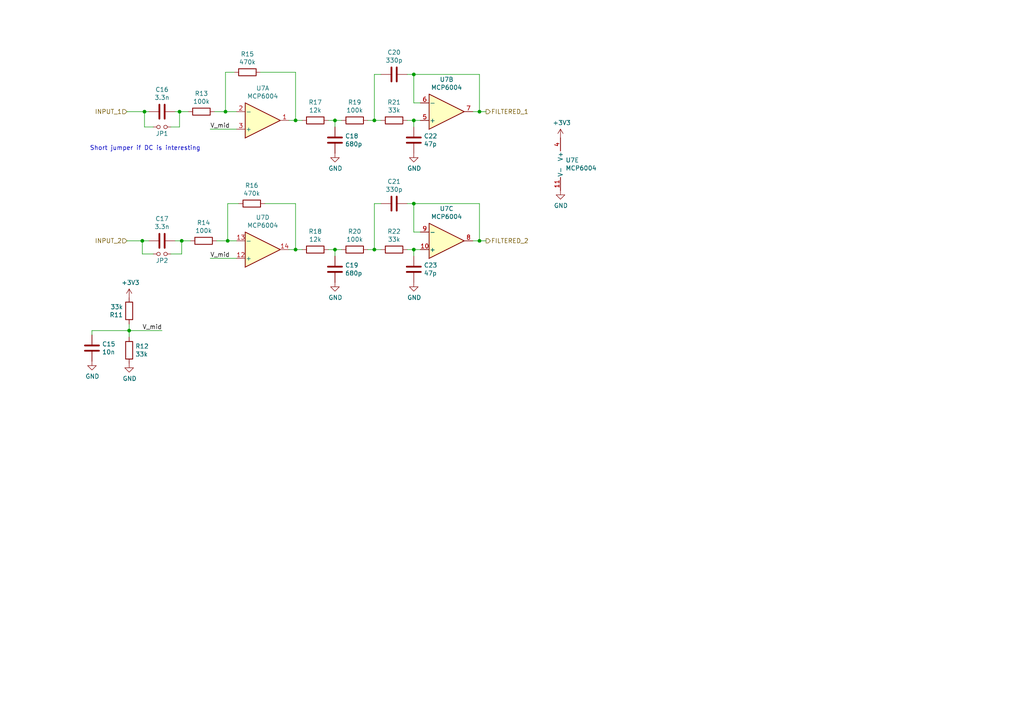
<source format=kicad_sch>
(kicad_sch (version 20230121) (generator eeschema)
  (paper "A4")
  (title_block (title "Polygonus") (date "2023-03-15") (rev "v0.7") (comment 2 "rusefi.com/s/proteus"))
  (lib_symbols
    (symbol "Amplifier_Operational:MCP6004" (pin_names (offset 0.127))
      (property "Reference" "U" (at 0 5.08 0))
      (property "Value" "MCP6004" (at 0 -5.08 0))
      (symbol "MCP6004_1_1"
        (polyline (pts (xy -5.08 5.08) (xy 5.08 0) (xy -5.08 -5.08) (xy -5.08 5.08)) (stroke (width 0.254)) (fill (type background)))
        (pin output line (at 7.62 0 180) (length 2.54) (name "~") (number "1"))
        (pin input line (at -7.62 -2.54 0) (length 2.54) (name "-") (number "2"))
        (pin input line (at -7.62 2.54 0) (length 2.54) (name "+") (number "3"))
      )
      (symbol "MCP6004_2_1"
        (polyline (pts (xy -5.08 5.08) (xy 5.08 0) (xy -5.08 -5.08) (xy -5.08 5.08)) (stroke (width 0.254)) (fill (type background)))
        (pin input line (at -7.62 2.54 0) (length 2.54) (name "+") (number "5"))
        (pin input line (at -7.62 -2.54 0) (length 2.54) (name "-") (number "6"))
        (pin output line (at 7.62 0 180) (length 2.54) (name "~") (number "7"))
      )
      (symbol "MCP6004_3_1"
        (polyline (pts (xy -5.08 5.08) (xy 5.08 0) (xy -5.08 -5.08) (xy -5.08 5.08)) (stroke (width 0.254)) (fill (type background)))
        (pin input line (at -7.62 2.54 0) (length 2.54) (name "+") (number "10"))
        (pin output line (at 7.62 0 180) (length 2.54) (name "~") (number "8"))
        (pin input line (at -7.62 -2.54 0) (length 2.54) (name "-") (number "9"))
      )
      (symbol "MCP6004_4_1"
        (polyline (pts (xy -5.08 5.08) (xy 5.08 0) (xy -5.08 -5.08) (xy -5.08 5.08)) (stroke (width 0.254)) (fill (type background)))
        (pin input line (at -7.62 2.54 0) (length 2.54) (name "+") (number "12"))
        (pin input line (at -7.62 -2.54 0) (length 2.54) (name "-") (number "13"))
        (pin output line (at 7.62 0 180) (length 2.54) (name "~") (number "14"))
      )
      (symbol "MCP6004_5_1"
        (pin power_in line (at -2.54 -7.62 90) (length 3.81) (name "V-") (number "11"))
        (pin power_in line (at -2.54 7.62 270) (length 3.81) (name "V+") (number "4"))
      )
    )
    (symbol "Device:C" (pin_numbers hide) (pin_names (offset 0.254))
      (property "Reference" "C" (at 0.635 2.54 0))
      (property "Value" "C" (at 0.635 -2.54 0))
      (symbol "C_0_1"
        (polyline (pts (xy -2.032 -0.762) (xy 2.032 -0.762)) (stroke (width 0.508)))
        (polyline (pts (xy -2.032 0.762) (xy 2.032 0.762)) (stroke (width 0.508)))
      )
      (symbol "C_1_1"
        (pin passive line (at 0 3.81 270) (length 2.794) (name "~") (number "1"))
        (pin passive line (at 0 -3.81 90) (length 2.794) (name "~") (number "2"))
      )
    )
    (symbol "Device:Jumper_NO_Small" (pin_numbers hide) (pin_names (offset 0.762) hide)
      (property "Reference" "JP" (at 0 2.032 0))
      (property "Value" "Device_Jumper_NO_Small" (at 0.254 -1.524 0))
      (symbol "Jumper_NO_Small_0_1"
        (circle (center -1.016 0) (radius 0.508))
        (circle (center 1.016 0) (radius 0.508))
        (pin passive line (at -2.54 0 0) (length 1.016) (name "1") (number "1"))
        (pin passive line (at 2.54 0 180) (length 1.016) (name "2") (number "2"))
      )
    )
    (symbol "Device:R" (pin_numbers hide) (pin_names (offset 0))
      (property "Reference" "R" (at 2.032 0 90))
      (property "Value" "R" (at 0 0 90))
      (symbol "R_0_1"
        (rectangle (start -1.016 -2.54) (end 1.016 2.54) (stroke (width 0.254)))
      )
      (symbol "R_1_1"
        (pin passive line (at 0 3.81 270) (length 1.27) (name "~") (number "1"))
        (pin passive line (at 0 -3.81 90) (length 1.27) (name "~") (number "2"))
      )
    )
    (symbol "power:+3.3V" (power) (pin_names (offset 0))
      (property "Value" "+3.3V" (at 0 3.556 0))
      (symbol "+3.3V_0_1"
        (polyline (pts (xy -0.762 1.27) (xy 0 2.54)))
        (polyline (pts (xy 0 0) (xy 0 2.54)))
        (polyline (pts (xy 0 2.54) (xy 0.762 1.27)))
      )
      (symbol "+3.3V_1_1"
        (pin power_in line (at 0 0 90) (length 0) hide (name "+3V3") (number "1"))
      )
    )
    (symbol "power:GND" (power) (pin_names (offset 0))
      (property "Value" "GND" (at 0 -3.81 0))
      (symbol "GND_0_1"
        (polyline (pts (xy 0 0) (xy 0 -1.27) (xy 1.27 -1.27) (xy 0 -2.54) (xy -1.27 -1.27) (xy 0 -1.27)))
      )
      (symbol "GND_1_1"
        (pin power_in line (at 0 0 270) (length 0) hide (name "GND") (number "1"))
      )
    )
  )
  (junction (at 85.725 34.925))
  (junction (at 41.91 32.385))
  (junction (at 66.04 69.85))
  (junction (at 120.015 34.925))
  (junction (at 52.705 69.85))
  (junction (at 41.275 69.85))
  (junction (at 120.015 59.055))
  (junction (at 139.065 69.85))
  (junction (at 108.585 34.925))
  (junction (at 97.155 72.39))
  (junction (at 52.07 32.385))
  (junction (at 65.405 32.385))
  (junction (at 120.015 21.59))
  (junction (at 37.465 95.885))
  (junction (at 97.155 34.925))
  (junction (at 120.015 72.39))
  (junction (at 139.065 32.385))
  (junction (at 85.725 72.39))
  (junction (at 108.585 72.39))
  (wire (pts (xy 52.07 36.83) (xy 52.07 32.385)))
  (wire (pts (xy 60.96 74.93) (xy 68.58 74.93)))
  (wire (pts (xy 41.91 36.83) (xy 41.91 32.385)))
  (wire (pts (xy 65.405 20.955) (xy 67.945 20.955)))
  (wire (pts (xy 108.585 21.59) (xy 108.585 34.925)))
  (wire (pts (xy 65.405 32.385) (xy 68.58 32.385)))
  (wire (pts (xy 121.92 72.39) (xy 120.015 72.39)))
  (wire (pts (xy 65.405 32.385) (xy 65.405 20.955)))
  (wire (pts (xy 85.725 59.055) (xy 85.725 72.39)))
  (wire (pts (xy 60.96 37.465) (xy 68.58 37.465)))
  (wire (pts (xy 110.49 34.925) (xy 108.585 34.925)))
  (wire (pts (xy 52.705 69.85) (xy 55.245 69.85)))
  (wire (pts (xy 50.8 69.85) (xy 52.705 69.85)))
  (wire (pts (xy 41.91 32.385) (xy 43.18 32.385)))
  (wire (pts (xy 75.565 20.955) (xy 85.725 20.955)))
  (wire (pts (xy 41.275 69.85) (xy 43.18 69.85)))
  (wire (pts (xy 108.585 72.39) (xy 106.68 72.39)))
  (wire (pts (xy 46.99 95.885) (xy 37.465 95.885)))
  (wire (pts (xy 139.065 21.59) (xy 139.065 32.385)))
  (wire (pts (xy 44.45 73.66) (xy 41.275 73.66)))
  (wire (pts (xy 121.92 34.925) (xy 120.015 34.925)))
  (wire (pts (xy 121.92 67.31) (xy 120.015 67.31)))
  (wire (pts (xy 50.8 32.385) (xy 52.07 32.385)))
  (wire (pts (xy 26.67 97.155) (xy 26.67 95.885)))
  (wire (pts (xy 120.015 74.295) (xy 120.015 72.39)))
  (wire (pts (xy 139.065 32.385) (xy 137.16 32.385)))
  (wire (pts (xy 87.63 72.39) (xy 85.725 72.39)))
  (wire (pts (xy 140.97 32.385) (xy 139.065 32.385)))
  (wire (pts (xy 76.835 59.055) (xy 85.725 59.055)))
  (wire (pts (xy 110.49 72.39) (xy 108.585 72.39)))
  (wire (pts (xy 110.49 59.055) (xy 108.585 59.055)))
  (wire (pts (xy 36.83 69.85) (xy 41.275 69.85)))
  (wire (pts (xy 26.67 95.885) (xy 37.465 95.885)))
  (wire (pts (xy 97.155 72.39) (xy 99.06 72.39)))
  (wire (pts (xy 66.04 69.85) (xy 68.58 69.85)))
  (wire (pts (xy 97.155 72.39) (xy 95.25 72.39)))
  (wire (pts (xy 44.45 36.83) (xy 41.91 36.83)))
  (wire (pts (xy 83.82 34.925) (xy 85.725 34.925)))
  (wire (pts (xy 108.585 34.925) (xy 106.68 34.925)))
  (wire (pts (xy 120.015 36.83) (xy 120.015 34.925)))
  (wire (pts (xy 120.015 21.59) (xy 139.065 21.59)))
  (wire (pts (xy 120.015 34.925) (xy 118.11 34.925)))
  (wire (pts (xy 62.865 69.85) (xy 66.04 69.85)))
  (wire (pts (xy 118.11 59.055) (xy 120.015 59.055)))
  (wire (pts (xy 120.015 67.31) (xy 120.015 59.055)))
  (wire (pts (xy 49.53 36.83) (xy 52.07 36.83)))
  (wire (pts (xy 139.065 59.055) (xy 139.065 69.85)))
  (wire (pts (xy 97.155 34.925) (xy 99.06 34.925)))
  (wire (pts (xy 121.92 29.845) (xy 120.015 29.845)))
  (wire (pts (xy 97.155 34.925) (xy 95.25 34.925)))
  (wire (pts (xy 120.015 59.055) (xy 139.065 59.055)))
  (wire (pts (xy 37.465 95.885) (xy 37.465 97.79)))
  (wire (pts (xy 140.97 69.85) (xy 139.065 69.85)))
  (wire (pts (xy 120.015 72.39) (xy 118.11 72.39)))
  (wire (pts (xy 139.065 69.85) (xy 137.16 69.85)))
  (wire (pts (xy 120.015 29.845) (xy 120.015 21.59)))
  (wire (pts (xy 41.275 73.66) (xy 41.275 69.85)))
  (wire (pts (xy 66.04 59.055) (xy 69.215 59.055)))
  (wire (pts (xy 97.155 74.295) (xy 97.155 72.39)))
  (wire (pts (xy 85.725 34.925) (xy 87.63 34.925)))
  (wire (pts (xy 62.23 32.385) (xy 65.405 32.385)))
  (wire (pts (xy 66.04 69.85) (xy 66.04 59.055)))
  (wire (pts (xy 37.465 93.98) (xy 37.465 95.885)))
  (wire (pts (xy 118.11 21.59) (xy 120.015 21.59)))
  (wire (pts (xy 52.705 73.66) (xy 52.705 69.85)))
  (wire (pts (xy 52.07 32.385) (xy 54.61 32.385)))
  (wire (pts (xy 108.585 59.055) (xy 108.585 72.39)))
  (wire (pts (xy 49.53 73.66) (xy 52.705 73.66)))
  (wire (pts (xy 110.49 21.59) (xy 108.585 21.59)))
  (wire (pts (xy 85.725 72.39) (xy 83.82 72.39)))
  (wire (pts (xy 36.83 32.385) (xy 41.91 32.385)))
  (wire (pts (xy 97.155 36.83) (xy 97.155 34.925)))
  (wire (pts (xy 85.725 20.955) (xy 85.725 34.925)))
  (text "Short jumper if DC is interesting" (at 26.035 43.815 0) (effects (font (size 1.27 1.27)) (justify left bottom)))
  (label "V_mid" (at 60.96 74.93 0))
  (label "V_mid" (at 46.99 95.885 180))
  (label "V_mid" (at 60.96 37.465 0))
  (hierarchical_label "INPUT_2" (shape input) (at 36.83 69.85 180))
  (hierarchical_label "INPUT_1" (shape input) (at 36.83 32.385 180))
  (hierarchical_label "FILTERED_1" (shape output) (at 140.97 32.385 0))
  (hierarchical_label "FILTERED_2" (shape output) (at 140.97 69.85 0))
  (symbol (lib_id "Amplifier_Operational:MCP6004") (at 76.2 34.925 0) (mirror x) (unit 1)
    (property "Reference" "U7" (at 76.2 25.6032 0))
    (property "Value" "MCP6004" (at 76.2 27.9146 0))
    (property "Footprint" "Package_SO:TSSOP-14_4.4x5mm_P0.65mm" (effects hide))
    (property "Datasheet" "http://ww1.microchip.com/downloads/en/DeviceDoc/21733j.pdf" (effects hide))
    (property "LCSC" "C50282" (effects hide))
    (property "LCSC_ext" "1" (effects hide))
    (property "PN" "MCP6004T-I/ST" (effects hide))
    (property "possible_not_ext" "1" (effects hide))
  )
  (symbol (lib_id "Amplifier_Operational:MCP6004") (at 129.54 32.385 0) (mirror x) (unit 2)
    (property "Reference" "U7" (at 129.54 23.0632 0))
    (property "Value" "MCP6004" (at 129.54 25.3746 0))
    (property "Footprint" "Package_SO:TSSOP-14_4.4x5mm_P0.65mm" (effects hide))
    (property "Datasheet" "http://ww1.microchip.com/downloads/en/DeviceDoc/21733j.pdf" (effects hide))
    (property "LCSC" "C50282" (effects hide))
    (property "LCSC_ext" "1" (effects hide))
    (property "PN" "MCP6004T-I/ST" (effects hide))
    (property "possible_not_ext" "1" (effects hide))
  )
  (symbol (lib_id "Amplifier_Operational:MCP6004") (at 129.54 69.85 0) (mirror x) (unit 3)
    (property "Reference" "U7" (at 129.54 60.5282 0))
    (property "Value" "MCP6004" (at 129.54 62.8396 0))
    (property "Footprint" "Package_SO:TSSOP-14_4.4x5mm_P0.65mm" (effects hide))
    (property "Datasheet" "http://ww1.microchip.com/downloads/en/DeviceDoc/21733j.pdf" (effects hide))
    (property "LCSC" "C50282" (effects hide))
    (property "LCSC_ext" "1" (effects hide))
    (property "PN" "MCP6004T-I/ST" (effects hide))
    (property "possible_not_ext" "1" (effects hide))
  )
  (symbol (lib_id "Amplifier_Operational:MCP6004") (at 76.2 72.39 0) (mirror x) (unit 4)
    (property "Reference" "U7" (at 76.2 63.0682 0))
    (property "Value" "MCP6004" (at 76.2 65.3796 0))
    (property "Footprint" "Package_SO:TSSOP-14_4.4x5mm_P0.65mm" (effects hide))
    (property "Datasheet" "http://ww1.microchip.com/downloads/en/DeviceDoc/21733j.pdf" (effects hide))
    (property "LCSC" "C50282" (effects hide))
    (property "LCSC_ext" "1" (effects hide))
    (property "PN" "MCP6004T-I/ST" (effects hide))
    (property "possible_not_ext" "1" (effects hide))
  )
  (symbol (lib_id "Amplifier_Operational:MCP6004") (at 165.1 47.625 0) (unit 5)
    (property "Reference" "U7" (at 164.0332 46.4566 0) (effects (justify left)))
    (property "Value" "MCP6004" (at 164.0332 48.768 0) (effects (justify left)))
    (property "Footprint" "Package_SO:TSSOP-14_4.4x5mm_P0.65mm" (effects hide))
    (property "Datasheet" "http://ww1.microchip.com/downloads/en/DeviceDoc/21733j.pdf" (effects hide))
    (property "LCSC" "C50282" (effects hide))
    (property "LCSC_ext" "1" (effects hide))
    (property "PN" "MCP6004T-I/ST" (effects hide))
    (property "possible_not_ext" "1" (effects hide))
  )
  (symbol (lib_id "power:GND") (at 162.56 55.245 0) (unit 1)
    (property "Reference" "#PWR060" (effects hide))
    (property "Value" "GND" (at 162.687 59.6392 0))
  )
  (symbol (lib_id "power:+3.3V") (at 162.56 40.005 0) (unit 1)
    (property "Reference" "#PWR059" (effects hide))
    (property "Value" "+3.3V" (at 162.941 35.6108 0))
  )
  (symbol (lib_id "Device:R") (at 37.465 90.17 180) (unit 1)
    (property "Reference" "R11" (at 35.687 91.3384 0) (effects (justify left)))
    (property "Value" "33k" (at 35.687 89.027 0) (effects (justify left)))
    (property "Footprint" "Resistor_SMD:R_0402_1005Metric" (effects hide))
    (property "LCSC" "C25779" (effects hide))
    (property "LCSC_ext" "0" (effects hide))
  )
  (symbol (lib_id "Device:R") (at 37.465 101.6 0) (unit 1)
    (property "Reference" "R12" (at 39.243 100.4316 0) (effects (justify left)))
    (property "Value" "33k" (at 39.243 102.743 0) (effects (justify left)))
    (property "Footprint" "Resistor_SMD:R_0402_1005Metric" (effects hide))
    (property "LCSC" "C25779" (effects hide))
    (property "LCSC_ext" "0" (effects hide))
  )
  (symbol (lib_id "Device:R") (at 91.44 34.925 270) (unit 1)
    (property "Reference" "R17" (at 91.44 29.6672 90))
    (property "Value" "12k" (at 91.44 31.9786 90))
    (property "Footprint" "Resistor_SMD:R_0402_1005Metric" (effects hide))
    (property "LCSC" "C25752" (effects hide))
    (property "LCSC_ext" "0" (effects hide))
  )
  (symbol (lib_id "Device:R") (at 102.87 34.925 270) (unit 1)
    (property "Reference" "R19" (at 102.87 29.6672 90))
    (property "Value" "100k" (at 102.87 31.9786 90))
    (property "Footprint" "Resistor_SMD:R_0402_1005Metric" (effects hide))
    (property "LCSC" "C25741" (effects hide))
    (property "LCSC_ext" "0" (effects hide))
  )
  (symbol (lib_id "Device:R") (at 114.3 34.925 270) (unit 1)
    (property "Reference" "R21" (at 114.3 29.6672 90))
    (property "Value" "33k" (at 114.3 31.9786 90))
    (property "Footprint" "Resistor_SMD:R_0402_1005Metric" (effects hide))
    (property "LCSC" "C25779" (effects hide))
    (property "LCSC_ext" "0" (effects hide))
  )
  (symbol (lib_id "power:GND") (at 37.465 105.41 0) (unit 1)
    (property "Reference" "#PWR054" (effects hide))
    (property "Value" "GND" (at 37.592 109.8042 0))
  )
  (symbol (lib_id "power:+3.3V") (at 37.465 86.36 0) (unit 1)
    (property "Reference" "#PWR053" (effects hide))
    (property "Value" "+3.3V" (at 37.846 81.9658 0))
  )
  (symbol (lib_id "Device:C") (at 97.155 40.64 180) (unit 1)
    (property "Reference" "C18" (at 100.076 39.4716 0) (effects (justify right)))
    (property "Value" "680p" (at 100.076 41.783 0) (effects (justify right)))
    (property "Footprint" "Capacitor_SMD:C_0603_1608Metric" (effects hide))
    (property "LCSC" "C1630" (effects hide))
    (property "LCSC_ext" "0" (effects hide))
  )
  (symbol (lib_id "Device:C") (at 120.015 40.64 180) (unit 1)
    (property "Reference" "C22" (at 122.936 39.4716 0) (effects (justify right)))
    (property "Value" "47p" (at 122.936 41.783 0) (effects (justify right)))
    (property "Footprint" "Capacitor_SMD:C_0402_1005Metric" (effects hide))
    (property "LCSC" "C1567" (effects hide))
    (property "LCSC_ext" "0" (effects hide))
  )
  (symbol (lib_id "Device:C") (at 114.3 21.59 90) (unit 1)
    (property "Reference" "C20" (at 114.3 15.1892 90))
    (property "Value" "330p" (at 114.3 17.5006 90))
    (property "Footprint" "Capacitor_SMD:C_0402_1005Metric" (effects hide))
    (property "LCSC" "C13533" (effects hide))
    (property "LCSC_ext" "0" (effects hide))
  )
  (symbol (lib_id "power:GND") (at 97.155 44.45 0) (unit 1)
    (property "Reference" "#PWR055" (effects hide))
    (property "Value" "GND" (at 97.282 48.8442 0))
  )
  (symbol (lib_id "power:GND") (at 120.015 44.45 0) (unit 1)
    (property "Reference" "#PWR057" (effects hide))
    (property "Value" "GND" (at 120.142 48.8442 0))
  )
  (symbol (lib_id "Device:R") (at 91.44 72.39 270) (unit 1)
    (property "Reference" "R18" (at 91.44 67.1322 90))
    (property "Value" "12k" (at 91.44 69.4436 90))
    (property "Footprint" "Resistor_SMD:R_0402_1005Metric" (effects hide))
    (property "LCSC" "C25752" (effects hide))
    (property "LCSC_ext" "0" (effects hide))
  )
  (symbol (lib_id "Device:R") (at 102.87 72.39 270) (unit 1)
    (property "Reference" "R20" (at 102.87 67.1322 90))
    (property "Value" "100k" (at 102.87 69.4436 90))
    (property "Footprint" "Resistor_SMD:R_0402_1005Metric" (effects hide))
    (property "LCSC" "C25741" (effects hide))
    (property "LCSC_ext" "0" (effects hide))
  )
  (symbol (lib_id "Device:R") (at 114.3 72.39 270) (unit 1)
    (property "Reference" "R22" (at 114.3 67.1322 90))
    (property "Value" "33k" (at 114.3 69.4436 90))
    (property "Footprint" "Resistor_SMD:R_0402_1005Metric" (effects hide))
    (property "LCSC" "C25779" (effects hide))
    (property "LCSC_ext" "0" (effects hide))
  )
  (symbol (lib_id "Device:C") (at 97.155 78.105 180) (unit 1)
    (property "Reference" "C19" (at 100.076 76.9366 0) (effects (justify right)))
    (property "Value" "680p" (at 100.076 79.248 0) (effects (justify right)))
    (property "Footprint" "Capacitor_SMD:C_0603_1608Metric" (effects hide))
    (property "LCSC" "C1630" (effects hide))
    (property "LCSC_ext" "0" (effects hide))
  )
  (symbol (lib_id "Device:C") (at 120.015 78.105 180) (unit 1)
    (property "Reference" "C23" (at 122.936 76.9366 0) (effects (justify right)))
    (property "Value" "47p" (at 122.936 79.248 0) (effects (justify right)))
    (property "Footprint" "Capacitor_SMD:C_0402_1005Metric" (effects hide))
    (property "LCSC" "C1567" (effects hide))
    (property "LCSC_ext" "0" (effects hide))
  )
  (symbol (lib_id "Device:C") (at 114.3 59.055 90) (unit 1)
    (property "Reference" "C21" (at 114.3 52.6542 90))
    (property "Value" "330p" (at 114.3 54.9656 90))
    (property "Footprint" "Capacitor_SMD:C_0402_1005Metric" (effects hide))
    (property "LCSC" "C13533" (effects hide))
    (property "LCSC_ext" "0" (effects hide))
  )
  (symbol (lib_id "power:GND") (at 97.155 81.915 0) (unit 1)
    (property "Reference" "#PWR056" (effects hide))
    (property "Value" "GND" (at 97.282 86.3092 0))
  )
  (symbol (lib_id "power:GND") (at 120.015 81.915 0) (unit 1)
    (property "Reference" "#PWR058" (effects hide))
    (property "Value" "GND" (at 120.142 86.3092 0))
  )
  (symbol (lib_id "Device:R") (at 58.42 32.385 270) (unit 1)
    (property "Reference" "R13" (at 58.42 27.1272 90))
    (property "Value" "100k" (at 58.42 29.4386 90))
    (property "Footprint" "Resistor_SMD:R_0402_1005Metric" (effects hide))
    (property "LCSC" "C25741" (effects hide))
  )
  (symbol (lib_id "Device:R") (at 71.755 20.955 270) (unit 1)
    (property "Reference" "R15" (at 71.755 15.6972 90))
    (property "Value" "470k" (at 71.755 18.0086 90))
    (property "Footprint" "Resistor_SMD:R_0402_1005Metric" (effects hide))
    (property "LCSC" "C25790" (effects hide))
  )
  (symbol (lib_id "Device:C") (at 46.99 32.385 270) (unit 1)
    (property "Reference" "C16" (at 46.99 25.9842 90))
    (property "Value" "3.3n" (at 46.99 28.2956 90))
    (property "Footprint" "Capacitor_SMD:C_0805_2012Metric" (effects hide))
    (property "LCSC" "C53175" (effects hide))
    (property "LCSC_ext" "0" (effects hide))
  )
  (symbol (lib_id "Device:C") (at 26.67 100.965 180) (unit 1)
    (property "Reference" "C15" (at 29.591 99.7966 0) (effects (justify right)))
    (property "Value" "10n" (at 29.591 102.108 0) (effects (justify right)))
    (property "Footprint" "Capacitor_SMD:C_0603_1608Metric" (effects hide))
    (property "LCSC" "C57112" (effects hide))
    (property "LCSC_ext" "0" (effects hide))
  )
  (symbol (lib_id "power:GND") (at 26.67 104.775 0) (unit 1)
    (property "Reference" "#PWR052" (effects hide))
    (property "Value" "GND" (at 26.797 109.1692 0))
  )
  (symbol (lib_id "Device:R") (at 73.025 59.055 270) (unit 1)
    (property "Reference" "R16" (at 73.025 53.7972 90))
    (property "Value" "470k" (at 73.025 56.1086 90))
    (property "Footprint" "Resistor_SMD:R_0402_1005Metric" (effects hide))
    (property "LCSC" "C25790" (effects hide))
  )
  (symbol (lib_id "Device:R") (at 59.055 69.85 270) (unit 1)
    (property "Reference" "R14" (at 59.055 64.5922 90))
    (property "Value" "100k" (at 59.055 66.9036 90))
    (property "Footprint" "Resistor_SMD:R_0402_1005Metric" (effects hide))
    (property "LCSC" "C25741" (effects hide))
  )
  (symbol (lib_id "Device:C") (at 46.99 69.85 270) (unit 1)
    (property "Reference" "C17" (at 46.99 63.4492 90))
    (property "Value" "3.3n" (at 46.99 65.7606 90))
    (property "Footprint" "Capacitor_SMD:C_0805_2012Metric" (effects hide))
    (property "LCSC" "C53175" (effects hide))
    (property "LCSC_ext" "0" (effects hide))
  )
  (symbol (lib_id "Device:Jumper_NO_Small") (at 46.99 36.83 0) (unit 1)
    (property "Reference" "JP1" (at 46.99 38.735 0))
    (property "Value" "Jumper_NO_Small" (effects hide))
    (property "Footprint" "Jumper:SolderJumper-2_P1.3mm_Open_TrianglePad1.0x1.5mm" (effects hide))
    (property "LCSC" "N/A" (effects hide))
  )
  (symbol (lib_id "Device:Jumper_NO_Small") (at 46.99 73.66 0) (unit 1)
    (property "Reference" "JP2" (at 46.99 75.565 0))
    (property "Value" "Jumper_NO_Small" (effects hide))
    (property "Footprint" "Jumper:SolderJumper-2_P1.3mm_Open_TrianglePad1.0x1.5mm" (effects hide))
    (property "LCSC" "N/A" (effects hide))
  )
)
</source>
